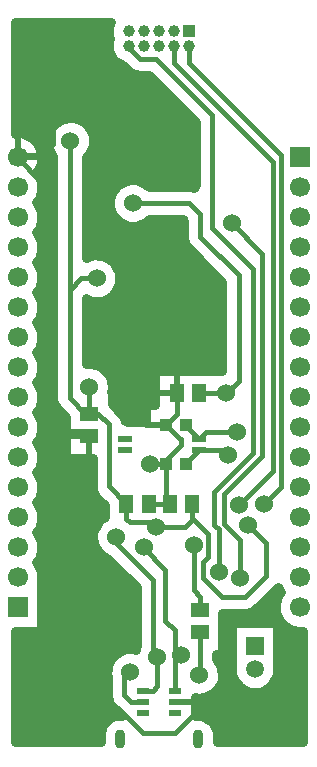
<source format=gbr>
G04 DipTrace 2.4.0.2*
%INBottom.gbr*%
%MOMM*%
%ADD14C,0.406*%
%ADD15C,0.254*%
%ADD18C,0.762*%
%ADD19C,0.508*%
%ADD22R,1.3X1.5*%
%ADD23R,1.5X1.3*%
%ADD25R,1.1X1.0*%
%ADD26R,1.7X1.7*%
%ADD27C,1.7*%
%ADD29O,0.9X1.6*%
%ADD32R,1.0X1.0*%
%ADD33C,1.0*%
%ADD35R,1.5X1.5*%
%ADD36C,1.5*%
%ADD40R,1.1X0.6*%
%ADD43R,1.2X0.6*%
%ADD44C,1.524*%
%FSLAX53Y53*%
G04*
G71*
G90*
G75*
G01*
%LNBottom*%
%LPD*%
X5997Y52197D2*
D14*
X5914Y52113D1*
X7565Y31352D2*
D15*
X7747D1*
X7955Y31560D1*
X7552Y29100D2*
D14*
X7565Y31352D1*
X21009Y19679D2*
D15*
X21351Y20056D1*
Y19793D1*
X16301Y21482D2*
D14*
Y20270D1*
X17670Y18902D1*
Y16989D1*
X17195Y16513D1*
Y15173D1*
X18793Y13574D1*
X20774D1*
X22536Y15335D1*
Y18152D1*
X21009Y19679D1*
X13257Y19517D2*
X12893Y19881D1*
X11023D1*
X10726Y20177D1*
Y21462D1*
X7552Y29100D2*
X8340D1*
X9256Y28184D1*
Y22933D1*
X10726Y21462D1*
X8214Y40556D2*
X6899D1*
X5928Y39585D1*
Y51253D1*
X5997Y51323D1*
Y52197D1*
X13257Y19517D2*
X15736D1*
X16301Y20082D1*
Y20270D1*
X7552Y29100D2*
X7262D1*
X5928Y30434D1*
Y39585D1*
X4521Y61417D2*
Y61341D1*
X4623Y61239D1*
X14099Y24850D2*
Y25159D1*
X15347Y26407D1*
Y26973D1*
X15253D1*
X14099Y28127D1*
X14401Y21482D2*
X14382Y21462D1*
X12626D1*
X14401Y21482D2*
X14099Y21784D1*
Y24850D1*
Y28127D2*
X15014Y29043D1*
Y30816D1*
X14099Y24850D2*
X12735D1*
X4521Y61341D2*
Y56578D1*
Y56171D1*
Y51946D1*
X3575Y50999D1*
X1723D1*
X1524Y50800D1*
X15014Y30816D2*
Y39912D1*
X8483Y46443D1*
Y52616D1*
X4521Y56578D1*
X10995Y56955D2*
X5305D1*
X4521Y56171D1*
X23114Y2371D2*
X19599D1*
X18378Y3592D1*
X16353D1*
X14834Y2073D1*
X12100D1*
X10024Y4149D1*
X2985D1*
X1770Y2934D1*
X7552Y27200D2*
Y8716D1*
X2985Y4149D1*
X1524Y50800D2*
Y50715D1*
X3415Y48824D1*
Y29180D1*
X4940Y27655D1*
X7097D1*
X7552Y27200D1*
X19205Y30816D2*
X16914D1*
X19205D2*
X20246Y31857D1*
Y40805D1*
X16984Y44067D1*
Y45996D1*
X16059Y46921D1*
X11276D1*
X16886Y6983D2*
X16947Y7044D1*
Y10564D1*
X11065Y7244D2*
X10559Y6737D1*
Y5256D1*
X11140Y4674D1*
X12112D1*
X14732Y60198D2*
Y58779D1*
X23108Y50403D1*
Y24228D1*
X20255Y21374D1*
X22392Y21451D2*
D15*
Y21672D1*
X16002Y60198D2*
D14*
Y58814D1*
X23817Y50999D1*
Y22876D1*
X22392Y21451D1*
X13348Y8519D2*
Y6025D1*
X12947Y5624D1*
X12112D1*
X13348Y8519D2*
X12973Y8894D1*
Y14993D1*
X9853Y18113D1*
Y18635D1*
X15319Y8694D2*
X14812Y8187D1*
Y5624D1*
X12213Y17829D2*
Y17677D1*
X14036Y15854D1*
Y11550D1*
X14846Y10740D1*
Y9166D1*
X15319Y8694D1*
X16441Y18004D2*
Y14154D1*
X16985Y13611D1*
Y12502D1*
X16947Y12464D1*
X19335Y25570D2*
D15*
Y25801D1*
X19250Y25885D1*
X15798Y24850D2*
D14*
Y24890D1*
X16916Y26008D1*
X18897D1*
X19335Y25570D1*
X20062Y27498D2*
D15*
Y27740D1*
X20026Y27776D1*
X15798Y28127D2*
D14*
Y28025D1*
X16916Y26908D1*
X20062Y27498D2*
X17506D1*
X16916Y26908D1*
X18567Y15697D2*
D15*
X18669Y15621D1*
X18898Y15392D1*
X18567Y15697D2*
D14*
Y19300D1*
X18176Y19691D1*
Y22472D1*
X21488Y25784D1*
Y41304D1*
X18009Y44782D1*
Y54342D1*
X13206Y59145D1*
X11867D1*
X10815Y60198D1*
X10922D1*
X20371Y15138D2*
D15*
Y15088D1*
X19671Y45226D2*
D14*
Y44867D1*
X19761Y44957D1*
X20371Y15138D2*
Y18382D1*
X18996Y19756D1*
Y22296D1*
X22247Y25547D1*
Y42650D1*
X19671Y45226D1*
D44*
X5997Y52197D3*
X7565Y31352D3*
D3*
X21009Y19679D3*
D3*
X13257Y19517D3*
X8214Y40556D3*
X5997Y52197D3*
X13257Y19517D3*
X4521Y61417D3*
X12735Y24850D3*
X10995Y56955D3*
X1770Y2934D3*
X23114Y2371D3*
X19205Y30816D3*
X11276Y46921D3*
X19205Y30816D3*
X16886Y6983D3*
X11065Y7244D3*
X20255Y21374D3*
X22392Y21451D3*
D3*
X13348Y8519D3*
X9853Y18635D3*
X13348Y8519D3*
X9853Y18635D3*
X15319Y8694D3*
X12213Y17829D3*
X15319Y8694D3*
X16441Y18004D3*
X19335Y25570D3*
D3*
X20062Y27498D3*
D3*
X18567Y15697D3*
D3*
X20371Y15138D3*
X19671Y45226D3*
X20371Y15138D3*
X19671Y45226D3*
X1346Y61471D2*
D18*
X9168D1*
X1346Y60713D2*
X9251D1*
X1346Y59954D2*
X9189D1*
X1346Y59195D2*
X9512D1*
X1346Y58437D2*
X10553D1*
X1346Y57678D2*
X12647D1*
X1346Y56919D2*
X13407D1*
X1346Y56161D2*
X14168D1*
X1346Y55402D2*
X14928D1*
X1346Y54643D2*
X15689D1*
X1346Y53885D2*
X4970D1*
X7018D2*
X16449D1*
X1346Y53126D2*
X4220D1*
X7768D2*
X16553D1*
X2883Y52367D2*
X3991D1*
X7997D2*
X16553D1*
X3456Y51609D2*
X4074D1*
X7914D2*
X16553D1*
X3622Y50850D2*
X4480D1*
X7466D2*
X16553D1*
X3497Y50091D2*
X4480D1*
X7383D2*
X16553D1*
X3320Y49333D2*
X4480D1*
X7383D2*
X16553D1*
X3601Y48574D2*
X4480D1*
X7383D2*
X10199D1*
X12362D2*
X16553D1*
X3570Y47815D2*
X4480D1*
X7383D2*
X9480D1*
X3226Y47057D2*
X4480D1*
X7383D2*
X9272D1*
X3539Y46298D2*
X4480D1*
X7383D2*
X9366D1*
X3612Y45539D2*
X4480D1*
X7383D2*
X9845D1*
X12706D2*
X15418D1*
X3393Y44781D2*
X4480D1*
X7383D2*
X15532D1*
X3435Y44022D2*
X4480D1*
X7383D2*
X15532D1*
X3622Y43263D2*
X4480D1*
X7383D2*
X15793D1*
X3508Y42505D2*
X4480D1*
X7383D2*
X16522D1*
X3299Y41746D2*
X4480D1*
X9820D2*
X17282D1*
X3591Y40987D2*
X4480D1*
X10174D2*
X18043D1*
X3581Y40229D2*
X4480D1*
X10195D2*
X18793D1*
X3247Y39470D2*
X4480D1*
X9893D2*
X18793D1*
X3528Y38711D2*
X4480D1*
X8872D2*
X18793D1*
X3622Y37953D2*
X4480D1*
X7383D2*
X18793D1*
X3414Y37194D2*
X4480D1*
X7383D2*
X18793D1*
X3424Y36435D2*
X4480D1*
X7383D2*
X18793D1*
X3622Y35677D2*
X4480D1*
X7383D2*
X18793D1*
X3518Y34918D2*
X4480D1*
X7383D2*
X18793D1*
X3268Y34159D2*
X4480D1*
X7383D2*
X18793D1*
X3591Y33401D2*
X4480D1*
X7383D2*
X18793D1*
X3591Y32642D2*
X4480D1*
X9081D2*
X13116D1*
X3278Y31883D2*
X4480D1*
X9497D2*
X13116D1*
X3518Y31125D2*
X4480D1*
X9560D2*
X13116D1*
X3622Y30366D2*
X4480D1*
X9549D2*
X13116D1*
X3424Y29607D2*
X4751D1*
X9851D2*
X12303D1*
X3403Y28849D2*
X5491D1*
X10539D2*
X12303D1*
X3622Y28090D2*
X5553D1*
X3528Y27331D2*
X5553D1*
X3247Y26573D2*
X5553D1*
X3581Y25814D2*
X5553D1*
X3591Y25055D2*
X7803D1*
X3299Y24297D2*
X7803D1*
X3508Y23538D2*
X7803D1*
X3622Y22779D2*
X7814D1*
X3445Y22021D2*
X8147D1*
X3393Y21262D2*
X8824D1*
X3612Y20503D2*
X8824D1*
X3539Y19745D2*
X8189D1*
X3226Y18986D2*
X7876D1*
X3570Y18227D2*
X7887D1*
X3601Y17469D2*
X8230D1*
X3320Y16710D2*
X9230D1*
X3497Y15951D2*
X9991D1*
X3622Y15193D2*
X10751D1*
X3622Y14434D2*
X11512D1*
X3622Y13675D2*
X11522D1*
X22903D2*
X23553D1*
X3622Y12917D2*
X11522D1*
X22143D2*
X23314D1*
X3622Y12158D2*
X11522D1*
X18945D2*
X23376D1*
X3622Y11399D2*
X11522D1*
X18945D2*
X23772D1*
X1346Y10641D2*
X11522D1*
X18945D2*
X19595D1*
X23601D2*
X25574D1*
X1346Y9882D2*
X11522D1*
X18945D2*
X19595D1*
X23601D2*
X25574D1*
X1346Y9123D2*
X10532D1*
X18945D2*
X19595D1*
X23601D2*
X25574D1*
X1346Y8365D2*
X9407D1*
X18403D2*
X19595D1*
X23601D2*
X25574D1*
X1346Y7606D2*
X9084D1*
X18799D2*
X19595D1*
X23601D2*
X25574D1*
X1346Y6847D2*
X9095D1*
X18893D2*
X19699D1*
X23497D2*
X25574D1*
X1346Y6089D2*
X9105D1*
X18674D2*
X20168D1*
X23028D2*
X25574D1*
X1346Y5330D2*
X9105D1*
X17966D2*
X25574D1*
X1346Y4571D2*
X9293D1*
X16612D2*
X25574D1*
X1346Y3813D2*
X9980D1*
X16612D2*
X25574D1*
X1346Y3054D2*
X8970D1*
X17956D2*
X25574D1*
X1346Y2295D2*
X8522D1*
X18403D2*
X25574D1*
X1346Y1537D2*
X8459D1*
X18466D2*
X25574D1*
X23822Y13975D2*
X23630Y14259D1*
X23557Y14421D1*
X22095Y12947D1*
X21748Y12601D1*
X21486Y12395D1*
X21183Y12259D1*
X20774Y12197D1*
X18862D1*
X18871Y10388D1*
Y8741D1*
X18318D1*
X18324Y8283D1*
X18484Y8076D1*
X18647Y7786D1*
X18759Y7472D1*
X18822Y6983D1*
X18793Y6651D1*
X18708Y6329D1*
X18569Y6027D1*
X18380Y5753D1*
X18147Y5515D1*
X17877Y5320D1*
X17578Y5175D1*
X17258Y5083D1*
X16927Y5048D1*
X16544Y5082D1*
X16535Y4348D1*
Y3479D1*
X16778Y3497D1*
X17109Y3460D1*
X17425Y3356D1*
X17713Y3190D1*
X17961Y2968D1*
X18159Y2701D1*
X18298Y2398D1*
X18373Y2074D1*
X18385Y1259D1*
X19889Y1270D1*
X25649D1*
X25654Y10691D1*
X25245Y10682D1*
X24917Y10735D1*
X24601Y10841D1*
X24307Y10997D1*
X24042Y11200D1*
X23815Y11442D1*
X23630Y11719D1*
X23493Y12023D1*
X23408Y12345D1*
X23377Y12676D1*
X23400Y13009D1*
X23478Y13332D1*
X23608Y13639D1*
X23834Y13974D1*
X20007Y11379D2*
X23521D1*
X23510Y7532D1*
X23492Y7123D1*
X23406Y6802D1*
X23267Y6500D1*
X23077Y6226D1*
X22843Y5989D1*
X22571Y5797D1*
X22271Y5653D1*
X21950Y5564D1*
X21619Y5532D1*
X21287Y5557D1*
X20964Y5639D1*
X20660Y5775D1*
X20385Y5962D1*
X20145Y6193D1*
X19950Y6463D1*
X19803Y6762D1*
X19710Y7081D1*
X19682Y7527D1*
X19674Y8865D1*
Y11379D1*
X20007D1*
X7310Y33264D2*
X7777Y33276D1*
X8104Y33211D1*
X8414Y33092D1*
X8700Y32920D1*
X8952Y32703D1*
X9162Y32445D1*
X9326Y32155D1*
X9438Y31841D1*
X9500Y31352D1*
X9448Y30930D1*
X4549Y50914D2*
X4356Y51172D1*
X4204Y51468D1*
X4106Y51786D1*
X4064Y52116D1*
X4078Y52449D1*
X4150Y52774D1*
X4276Y53082D1*
X4453Y53364D1*
X4676Y53611D1*
X4938Y53817D1*
X5232Y53974D1*
X5547Y54079D1*
X5877Y54129D1*
X6210Y54121D1*
X6536Y54056D1*
X6847Y53936D1*
X7132Y53765D1*
X7384Y53547D1*
X7595Y53289D1*
X7759Y52999D1*
X7870Y52686D1*
X7933Y52197D1*
X7904Y51865D1*
X7819Y51543D1*
X7680Y51241D1*
X7491Y50966D1*
X7310Y50781D1*
X9209Y16813D2*
X8932Y16933D1*
X8654Y17116D1*
X8412Y17344D1*
X8212Y17610D1*
X8060Y17906D1*
X7962Y18224D1*
X7919Y18555D1*
X7934Y18887D1*
X8006Y19212D1*
X8132Y19520D1*
X8309Y19802D1*
X8532Y20050D1*
X8895Y20309D1*
X8903Y21341D1*
X8282Y21959D1*
X8077Y22221D1*
X7941Y22524D1*
X7879Y22933D1*
X7876Y25376D1*
X5629D1*
Y28786D1*
X4954Y29461D1*
X4749Y29722D1*
X4613Y30026D1*
X4551Y30434D1*
Y50908D1*
X4356Y51172D1*
X4204Y51468D1*
X4106Y51786D1*
X4064Y52116D1*
X4078Y52449D1*
X4150Y52774D1*
X4276Y53082D1*
X4453Y53364D1*
X4676Y53611D1*
X4938Y53817D1*
X5232Y53974D1*
X5547Y54079D1*
X5877Y54129D1*
X6210Y54121D1*
X6536Y54056D1*
X6847Y53936D1*
X7132Y53765D1*
X7384Y53547D1*
X7595Y53289D1*
X7759Y52999D1*
X7870Y52686D1*
X7933Y52197D1*
X7904Y51865D1*
X7819Y51543D1*
X7680Y51241D1*
X7491Y50966D1*
X7310Y50781D1*
X7305Y42263D1*
X7764Y42438D1*
X8094Y42488D1*
X8427Y42480D1*
X8753Y42415D1*
X9064Y42295D1*
X9349Y42124D1*
X9601Y41906D1*
X9812Y41649D1*
X9976Y41359D1*
X10087Y41045D1*
X10150Y40556D1*
X10121Y40224D1*
X10036Y39902D1*
X9897Y39600D1*
X9708Y39326D1*
X9476Y39088D1*
X9205Y38893D1*
X8906Y38748D1*
X8586Y38656D1*
X8255Y38621D1*
X7922Y38643D1*
X7599Y38721D1*
X7303Y38849D1*
X7305Y33262D1*
X7444Y33284D1*
X7777Y33276D1*
X8104Y33211D1*
X8414Y33092D1*
X8700Y32920D1*
X8952Y32703D1*
X9162Y32445D1*
X9326Y32155D1*
X9438Y31841D1*
X9500Y31352D1*
X9448Y30930D1*
X9476Y30923D1*
Y29913D1*
X10229Y29158D1*
X10434Y28896D1*
X10595Y28496D1*
X10843Y28381D1*
X12375Y28387D1*
Y29800D1*
X13190D1*
X13191Y32739D1*
X18738D1*
Y32687D1*
X18868Y32715D1*
X18869Y40242D1*
X16011Y43093D1*
X15806Y43355D1*
X15670Y43658D1*
X15608Y44067D1*
Y45431D1*
X15488Y45545D1*
X12632Y45544D1*
X12267Y45258D1*
X11967Y45113D1*
X11647Y45021D1*
X11316Y44986D1*
X10984Y45007D1*
X10661Y45086D1*
X10355Y45218D1*
X10077Y45401D1*
X9835Y45629D1*
X9635Y45895D1*
X9483Y46192D1*
X9385Y46510D1*
X9342Y46840D1*
X9357Y47173D1*
X9429Y47498D1*
X9555Y47806D1*
X9732Y48088D1*
X9955Y48335D1*
X10217Y48541D1*
X10510Y48698D1*
X10826Y48803D1*
X11156Y48852D1*
X11488Y48845D1*
X11815Y48780D1*
X12125Y48660D1*
X12411Y48489D1*
X12639Y48291D1*
X16059Y48297D1*
X16485Y48229D1*
X16633Y48449D1*
Y53772D1*
X12638Y57766D1*
X11867Y57769D1*
X11537Y57809D1*
X11227Y57927D1*
X10894Y58172D1*
X10489Y58577D1*
X10238Y58671D1*
X9949Y58836D1*
X9699Y59056D1*
X9497Y59320D1*
X9352Y59619D1*
X9268Y59942D1*
X9250Y60274D1*
X9298Y60603D1*
X9379Y60828D1*
X9268Y61212D1*
X9250Y61544D1*
X9298Y61873D1*
X9437Y62231D1*
X1275Y62230D1*
X1270Y52809D1*
X1655Y52819D1*
X2049Y52754D1*
X2423Y52613D1*
X2761Y52401D1*
X3052Y52127D1*
X3282Y51801D1*
X3445Y51436D1*
X3532Y51047D1*
X3543Y50667D1*
X3478Y50273D1*
X3336Y49899D1*
X3124Y49561D1*
X3099Y49530D1*
X3282Y49261D1*
X3423Y48959D1*
X3512Y48638D1*
X3547Y48260D1*
X3520Y47928D1*
X3439Y47605D1*
X3305Y47300D1*
X3103Y46998D1*
X3282Y46721D1*
X3423Y46419D1*
X3512Y46098D1*
X3547Y45720D1*
X3520Y45388D1*
X3439Y45065D1*
X3305Y44760D1*
X3103Y44458D1*
X3282Y44181D1*
X3423Y43879D1*
X3512Y43558D1*
X3547Y43180D1*
X3520Y42848D1*
X3439Y42525D1*
X3305Y42220D1*
X3103Y41918D1*
X3282Y41641D1*
X3423Y41339D1*
X3512Y41018D1*
X3547Y40640D1*
X3520Y40308D1*
X3439Y39985D1*
X3305Y39680D1*
X3103Y39378D1*
X3282Y39101D1*
X3423Y38799D1*
X3512Y38478D1*
X3547Y38100D1*
X3520Y37768D1*
X3439Y37445D1*
X3305Y37140D1*
X3103Y36838D1*
X3282Y36561D1*
X3423Y36259D1*
X3512Y35938D1*
X3547Y35560D1*
X3520Y35228D1*
X3439Y34905D1*
X3305Y34600D1*
X3103Y34298D1*
X3282Y34021D1*
X3423Y33719D1*
X3512Y33398D1*
X3547Y33020D1*
X3520Y32688D1*
X3439Y32365D1*
X3305Y32060D1*
X3103Y31758D1*
X3282Y31481D1*
X3423Y31179D1*
X3512Y30858D1*
X3547Y30480D1*
X3520Y30148D1*
X3439Y29825D1*
X3305Y29520D1*
X3103Y29218D1*
X3282Y28941D1*
X3423Y28639D1*
X3512Y28318D1*
X3547Y27940D1*
X3520Y27608D1*
X3439Y27285D1*
X3305Y26980D1*
X3103Y26678D1*
X3282Y26401D1*
X3423Y26099D1*
X3512Y25778D1*
X3547Y25400D1*
X3520Y25068D1*
X3439Y24745D1*
X3305Y24440D1*
X3103Y24138D1*
X3282Y23861D1*
X3423Y23559D1*
X3512Y23238D1*
X3547Y22860D1*
X3520Y22528D1*
X3439Y22205D1*
X3305Y21900D1*
X3103Y21598D1*
X3282Y21321D1*
X3423Y21019D1*
X3512Y20698D1*
X3547Y20320D1*
X3520Y19988D1*
X3439Y19665D1*
X3305Y19360D1*
X3103Y19058D1*
X3282Y18781D1*
X3423Y18479D1*
X3512Y18158D1*
X3547Y17780D1*
X3520Y17448D1*
X3439Y17125D1*
X3305Y16820D1*
X3103Y16518D1*
X3282Y16241D1*
X3423Y15939D1*
X3512Y15618D1*
X3547Y15240D1*
X3520Y14908D1*
X3472Y14716D1*
X3547Y14723D1*
Y10677D1*
X1266D1*
X1270Y1267D1*
X8545Y1270D1*
X8549Y1874D1*
X8555Y2106D1*
X8636Y2429D1*
X8781Y2728D1*
X8985Y2992D1*
X9237Y3208D1*
X9529Y3369D1*
X9847Y3467D1*
X10178Y3497D1*
X10395Y3473D1*
X9585Y4283D1*
X9380Y4544D1*
X9244Y4848D1*
X9182Y5256D1*
X9174Y6833D1*
X9131Y7163D1*
X9146Y7496D1*
X9218Y7821D1*
X9344Y8129D1*
X9521Y8411D1*
X9744Y8658D1*
X10006Y8864D1*
X10299Y9021D1*
X10615Y9126D1*
X10945Y9175D1*
X11277Y9168D1*
X11512Y9121D1*
X11596Y9561D1*
Y14425D1*
X9208Y16812D1*
X8932Y16933D1*
X8654Y17116D1*
X8412Y17344D1*
X8212Y17610D1*
X8060Y17906D1*
X7962Y18224D1*
X7919Y18555D1*
X7934Y18887D1*
X8006Y19212D1*
X8132Y19520D1*
X8309Y19802D1*
X8532Y20050D1*
X8895Y20309D1*
X7552Y27200D2*
D19*
Y25377D1*
X5630Y27200D2*
X7552D1*
X15014Y32738D2*
Y30816D1*
X13192D2*
X15014D1*
X12376Y28127D2*
X14099D1*
X1524Y52822D2*
Y50800D1*
X3546D1*
X14812Y4674D2*
X16534D1*
D22*
X10726Y21462D3*
X12626D3*
D23*
X7552Y29100D3*
Y27200D3*
D22*
X16914Y30816D3*
X15014D3*
D25*
X15798Y24850D3*
X14099D3*
X15798Y28127D3*
X14099D3*
D26*
X1524Y12700D3*
D27*
Y15240D3*
Y17780D3*
Y20320D3*
Y22860D3*
Y25400D3*
Y27940D3*
Y30480D3*
Y33020D3*
Y35560D3*
Y38100D3*
Y40640D3*
Y43180D3*
Y45720D3*
Y48260D3*
Y50800D3*
D26*
X25400D3*
D27*
Y48260D3*
Y45720D3*
Y43180D3*
Y40640D3*
Y38100D3*
Y35560D3*
Y33020D3*
Y30480D3*
Y27940D3*
Y25400D3*
Y22860D3*
Y20320D3*
Y17780D3*
Y15240D3*
Y12700D3*
D29*
X10162Y1524D3*
X16762D3*
D32*
X16002Y61468D3*
D33*
X14732D3*
X13462D3*
X12192D3*
X10922D3*
X16002Y60198D3*
X14732D3*
X13462D3*
X12192D3*
X10922D3*
D35*
X21597Y9455D3*
D36*
Y7455D3*
D23*
X16947Y10564D3*
Y12464D3*
D40*
X14812Y5624D3*
Y4674D3*
Y3724D3*
X12112D3*
Y4674D3*
Y5624D3*
D43*
X16916Y26908D3*
X10616D3*
X16916Y26008D3*
X10616D3*
D22*
X16301Y21482D3*
X14401D3*
M02*

</source>
